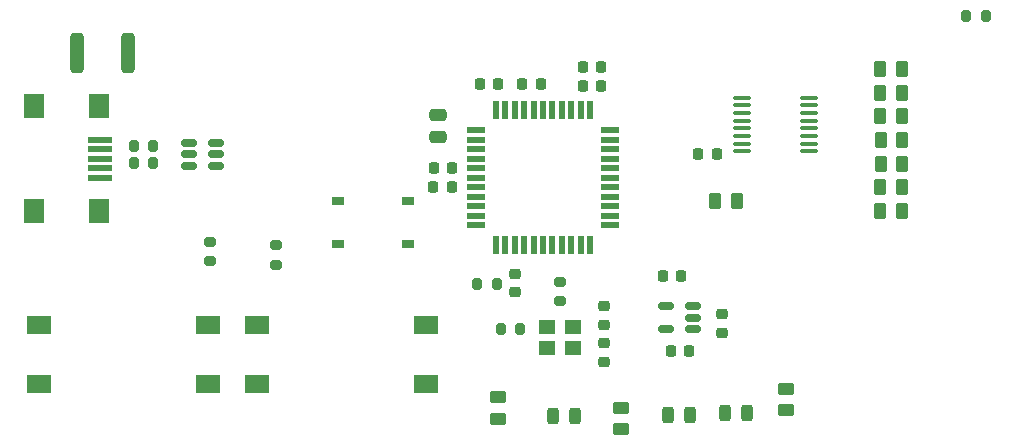
<source format=gbr>
%TF.GenerationSoftware,KiCad,Pcbnew,(7.0.0)*%
%TF.CreationDate,2023-04-20T18:01:31-06:00*%
%TF.ProjectId,PhaseBsheild,50686173-6542-4736-9865-696c642e6b69,rev?*%
%TF.SameCoordinates,Original*%
%TF.FileFunction,Paste,Top*%
%TF.FilePolarity,Positive*%
%FSLAX46Y46*%
G04 Gerber Fmt 4.6, Leading zero omitted, Abs format (unit mm)*
G04 Created by KiCad (PCBNEW (7.0.0)) date 2023-04-20 18:01:31*
%MOMM*%
%LPD*%
G01*
G04 APERTURE LIST*
G04 Aperture macros list*
%AMRoundRect*
0 Rectangle with rounded corners*
0 $1 Rounding radius*
0 $2 $3 $4 $5 $6 $7 $8 $9 X,Y pos of 4 corners*
0 Add a 4 corners polygon primitive as box body*
4,1,4,$2,$3,$4,$5,$6,$7,$8,$9,$2,$3,0*
0 Add four circle primitives for the rounded corners*
1,1,$1+$1,$2,$3*
1,1,$1+$1,$4,$5*
1,1,$1+$1,$6,$7*
1,1,$1+$1,$8,$9*
0 Add four rect primitives between the rounded corners*
20,1,$1+$1,$2,$3,$4,$5,0*
20,1,$1+$1,$4,$5,$6,$7,0*
20,1,$1+$1,$6,$7,$8,$9,0*
20,1,$1+$1,$8,$9,$2,$3,0*%
G04 Aperture macros list end*
%ADD10RoundRect,0.200000X0.200000X0.275000X-0.200000X0.275000X-0.200000X-0.275000X0.200000X-0.275000X0*%
%ADD11RoundRect,0.250000X-0.262500X-0.450000X0.262500X-0.450000X0.262500X0.450000X-0.262500X0.450000X0*%
%ADD12RoundRect,0.200000X-0.200000X-0.275000X0.200000X-0.275000X0.200000X0.275000X-0.200000X0.275000X0*%
%ADD13RoundRect,0.225000X-0.225000X-0.250000X0.225000X-0.250000X0.225000X0.250000X-0.225000X0.250000X0*%
%ADD14RoundRect,0.250000X-0.312500X-1.450000X0.312500X-1.450000X0.312500X1.450000X-0.312500X1.450000X0*%
%ADD15RoundRect,0.250000X-0.450000X0.262500X-0.450000X-0.262500X0.450000X-0.262500X0.450000X0.262500X0*%
%ADD16R,1.000000X0.700000*%
%ADD17RoundRect,0.200000X0.275000X-0.200000X0.275000X0.200000X-0.275000X0.200000X-0.275000X-0.200000X0*%
%ADD18R,1.400000X1.200000*%
%ADD19RoundRect,0.200000X-0.275000X0.200000X-0.275000X-0.200000X0.275000X-0.200000X0.275000X0.200000X0*%
%ADD20RoundRect,0.225000X0.225000X0.250000X-0.225000X0.250000X-0.225000X-0.250000X0.225000X-0.250000X0*%
%ADD21RoundRect,0.150000X-0.512500X-0.150000X0.512500X-0.150000X0.512500X0.150000X-0.512500X0.150000X0*%
%ADD22R,2.000000X1.500000*%
%ADD23R,2.000000X0.500000*%
%ADD24R,1.700000X2.000000*%
%ADD25RoundRect,0.250000X0.262500X0.450000X-0.262500X0.450000X-0.262500X-0.450000X0.262500X-0.450000X0*%
%ADD26R,1.500000X0.550000*%
%ADD27R,0.550000X1.500000*%
%ADD28RoundRect,0.225000X0.250000X-0.225000X0.250000X0.225000X-0.250000X0.225000X-0.250000X-0.225000X0*%
%ADD29RoundRect,0.100000X0.637500X0.100000X-0.637500X0.100000X-0.637500X-0.100000X0.637500X-0.100000X0*%
%ADD30RoundRect,0.243750X0.243750X0.456250X-0.243750X0.456250X-0.243750X-0.456250X0.243750X-0.456250X0*%
%ADD31RoundRect,0.225000X-0.250000X0.225000X-0.250000X-0.225000X0.250000X-0.225000X0.250000X0.225000X0*%
%ADD32RoundRect,0.243750X-0.243750X-0.456250X0.243750X-0.456250X0.243750X0.456250X-0.243750X0.456250X0*%
%ADD33RoundRect,0.150000X0.512500X0.150000X-0.512500X0.150000X-0.512500X-0.150000X0.512500X-0.150000X0*%
%ADD34RoundRect,0.250000X0.475000X-0.250000X0.475000X0.250000X-0.475000X0.250000X-0.475000X-0.250000X0*%
G04 APERTURE END LIST*
D10*
%TO.C,R17*%
X160800000Y-69800000D03*
X159150000Y-69800000D03*
%TD*%
D11*
%TO.C,R7*%
X151900000Y-80300000D03*
X153725000Y-80300000D03*
%TD*%
D12*
%TO.C,R15*%
X88665300Y-82281800D03*
X90315300Y-82281800D03*
%TD*%
D13*
%TO.C,C7*%
X126650000Y-74100000D03*
X128200000Y-74100000D03*
%TD*%
D14*
%TO.C,F1*%
X83862500Y-72900000D03*
X88137500Y-72900000D03*
%TD*%
D15*
%TO.C,R2*%
X129900000Y-102975000D03*
X129900000Y-104800000D03*
%TD*%
D16*
%TO.C,S3*%
X105912499Y-85449999D03*
X111912499Y-85449999D03*
X105912499Y-89149999D03*
X111912499Y-89149999D03*
%TD*%
D17*
%TO.C,R21*%
X95100000Y-90550000D03*
X95100000Y-88900000D03*
%TD*%
D12*
%TO.C,R16*%
X88665300Y-80781800D03*
X90315300Y-80781800D03*
%TD*%
D18*
%TO.C,Y1*%
X125856099Y-96173799D03*
X123656099Y-96173799D03*
X123656099Y-97873799D03*
X125856099Y-97873799D03*
%TD*%
D19*
%TO.C,R11*%
X124700000Y-92300000D03*
X124700000Y-93950000D03*
%TD*%
D20*
%TO.C,C9*%
X119511100Y-75573800D03*
X117961100Y-75573800D03*
%TD*%
D15*
%TO.C,R14*%
X119500000Y-102075000D03*
X119500000Y-103900000D03*
%TD*%
D21*
%TO.C,U4*%
X93315300Y-80581800D03*
X93315300Y-81531800D03*
X93315300Y-82481800D03*
X95590300Y-82481800D03*
X95590300Y-81531800D03*
X95590300Y-80581800D03*
%TD*%
D22*
%TO.C,S2*%
X99099999Y-95999999D03*
X113399999Y-95999999D03*
X99099999Y-100999999D03*
X113399999Y-100999999D03*
%TD*%
D20*
%TO.C,C8*%
X115575000Y-84300000D03*
X114025000Y-84300000D03*
%TD*%
D23*
%TO.C,J1*%
X85774999Y-80299999D03*
X85774999Y-81099999D03*
X85774999Y-81899999D03*
X85774999Y-82699999D03*
X85774999Y-83499999D03*
D24*
X85674999Y-77449999D03*
X80224999Y-77449999D03*
X85674999Y-86349999D03*
X80224999Y-86349999D03*
%TD*%
D13*
%TO.C,C14*%
X134150000Y-98200000D03*
X135700000Y-98200000D03*
%TD*%
D25*
%TO.C,R3*%
X139700000Y-85500000D03*
X137875000Y-85500000D03*
%TD*%
D11*
%TO.C,R4*%
X151875000Y-86300000D03*
X153700000Y-86300000D03*
%TD*%
D15*
%TO.C,R1*%
X143900000Y-101375000D03*
X143900000Y-103200000D03*
%TD*%
D13*
%TO.C,C5*%
X126650000Y-75700000D03*
X128200000Y-75700000D03*
%TD*%
D12*
%TO.C,R12*%
X119731100Y-96273800D03*
X121381100Y-96273800D03*
%TD*%
D26*
%TO.C,U3*%
X117599999Y-79499999D03*
X117599999Y-80299999D03*
X117599999Y-81099999D03*
X117599999Y-81899999D03*
X117599999Y-82699999D03*
X117599999Y-83499999D03*
X117599999Y-84299999D03*
X117599999Y-85099999D03*
X117599999Y-85899999D03*
X117599999Y-86699999D03*
X117599999Y-87499999D03*
D27*
X119299999Y-89199999D03*
X120099999Y-89199999D03*
X120899999Y-89199999D03*
X121699999Y-89199999D03*
X122499999Y-89199999D03*
X123299999Y-89199999D03*
X124099999Y-89199999D03*
X124899999Y-89199999D03*
X125699999Y-89199999D03*
X126499999Y-89199999D03*
X127299999Y-89199999D03*
D26*
X128999999Y-87499999D03*
X128999999Y-86699999D03*
X128999999Y-85899999D03*
X128999999Y-85099999D03*
X128999999Y-84299999D03*
X128999999Y-83499999D03*
X128999999Y-82699999D03*
X128999999Y-81899999D03*
X128999999Y-81099999D03*
X128999999Y-80299999D03*
X128999999Y-79499999D03*
D27*
X127299999Y-77799999D03*
X126499999Y-77799999D03*
X125699999Y-77799999D03*
X124899999Y-77799999D03*
X124099999Y-77799999D03*
X123299999Y-77799999D03*
X122499999Y-77799999D03*
X121699999Y-77799999D03*
X120899999Y-77799999D03*
X120099999Y-77799999D03*
X119299999Y-77799999D03*
%TD*%
D11*
%TO.C,R10*%
X151875000Y-74300000D03*
X153700000Y-74300000D03*
%TD*%
%TO.C,R5*%
X151875000Y-84300000D03*
X153700000Y-84300000D03*
%TD*%
D28*
%TO.C,C13*%
X138500000Y-96620000D03*
X138500000Y-95070000D03*
%TD*%
D29*
%TO.C,U1*%
X145862500Y-81275000D03*
X145862500Y-80625000D03*
X145862500Y-79975000D03*
X145862500Y-79325000D03*
X145862500Y-78675000D03*
X145862500Y-78025000D03*
X145862500Y-77375000D03*
X145862500Y-76725000D03*
X140137500Y-76725000D03*
X140137500Y-77375000D03*
X140137500Y-78025000D03*
X140137500Y-78675000D03*
X140137500Y-79325000D03*
X140137500Y-79975000D03*
X140137500Y-80625000D03*
X140137500Y-81275000D03*
%TD*%
D30*
%TO.C,D2*%
X135775000Y-103600000D03*
X133900000Y-103600000D03*
%TD*%
%TO.C,D3*%
X126000000Y-103700000D03*
X124125000Y-103700000D03*
%TD*%
D31*
%TO.C,C3*%
X120900000Y-91650000D03*
X120900000Y-93200000D03*
%TD*%
D10*
%TO.C,R13*%
X119381100Y-92473800D03*
X117731100Y-92473800D03*
%TD*%
D32*
%TO.C,D1*%
X138725000Y-103400000D03*
X140600000Y-103400000D03*
%TD*%
D20*
%TO.C,C11*%
X123100000Y-75600000D03*
X121550000Y-75600000D03*
%TD*%
%TO.C,C10*%
X115600000Y-82700000D03*
X114050000Y-82700000D03*
%TD*%
D22*
%TO.C,S1*%
X80649999Y-95999999D03*
X94949999Y-95999999D03*
X80649999Y-100999999D03*
X94949999Y-100999999D03*
%TD*%
D17*
%TO.C,R12*%
X100700000Y-90850000D03*
X100700000Y-89200000D03*
%TD*%
D20*
%TO.C,C4*%
X138000000Y-81500000D03*
X136450000Y-81500000D03*
%TD*%
D33*
%TO.C,U5*%
X135975000Y-96300000D03*
X135975000Y-95350000D03*
X135975000Y-94400000D03*
X133700000Y-94400000D03*
X133700000Y-96300000D03*
%TD*%
D34*
%TO.C,C6*%
X114381100Y-80073800D03*
X114381100Y-78173800D03*
%TD*%
D11*
%TO.C,R9*%
X151875000Y-76300000D03*
X153700000Y-76300000D03*
%TD*%
D13*
%TO.C,C12*%
X133450000Y-91800000D03*
X135000000Y-91800000D03*
%TD*%
D11*
%TO.C,R6*%
X151900000Y-82300000D03*
X153725000Y-82300000D03*
%TD*%
D31*
%TO.C,C2*%
X128500000Y-94400000D03*
X128500000Y-95950000D03*
%TD*%
D11*
%TO.C,R8*%
X151875000Y-78300000D03*
X153700000Y-78300000D03*
%TD*%
D28*
%TO.C,C1*%
X128456100Y-99068800D03*
X128456100Y-97518800D03*
%TD*%
M02*

</source>
